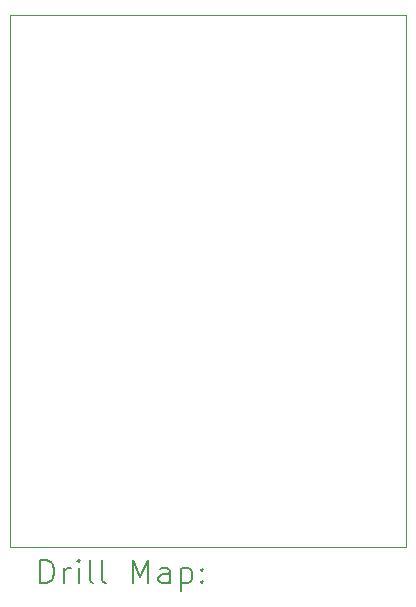
<source format=gbr>
%FSLAX45Y45*%
G04 Gerber Fmt 4.5, Leading zero omitted, Abs format (unit mm)*
G04 Created by KiCad (PCBNEW (6.0.1)) date 2022-01-31 15:09:39*
%MOMM*%
%LPD*%
G01*
G04 APERTURE LIST*
%TA.AperFunction,Profile*%
%ADD10C,0.050000*%
%TD*%
%ADD11C,0.200000*%
G04 APERTURE END LIST*
D10*
X13700000Y-6950000D02*
X13700000Y-2450000D01*
X17050000Y-6950000D02*
X13700000Y-6950000D01*
X17050000Y-2450000D02*
X17050000Y-6950000D01*
X13700000Y-2450000D02*
X17050000Y-2450000D01*
D11*
X13955119Y-7262976D02*
X13955119Y-7062976D01*
X14002738Y-7062976D01*
X14031309Y-7072500D01*
X14050357Y-7091548D01*
X14059881Y-7110595D01*
X14069405Y-7148690D01*
X14069405Y-7177262D01*
X14059881Y-7215357D01*
X14050357Y-7234405D01*
X14031309Y-7253452D01*
X14002738Y-7262976D01*
X13955119Y-7262976D01*
X14155119Y-7262976D02*
X14155119Y-7129643D01*
X14155119Y-7167738D02*
X14164643Y-7148690D01*
X14174167Y-7139167D01*
X14193214Y-7129643D01*
X14212262Y-7129643D01*
X14278928Y-7262976D02*
X14278928Y-7129643D01*
X14278928Y-7062976D02*
X14269405Y-7072500D01*
X14278928Y-7082024D01*
X14288452Y-7072500D01*
X14278928Y-7062976D01*
X14278928Y-7082024D01*
X14402738Y-7262976D02*
X14383690Y-7253452D01*
X14374167Y-7234405D01*
X14374167Y-7062976D01*
X14507500Y-7262976D02*
X14488452Y-7253452D01*
X14478928Y-7234405D01*
X14478928Y-7062976D01*
X14736071Y-7262976D02*
X14736071Y-7062976D01*
X14802738Y-7205833D01*
X14869405Y-7062976D01*
X14869405Y-7262976D01*
X15050357Y-7262976D02*
X15050357Y-7158214D01*
X15040833Y-7139167D01*
X15021786Y-7129643D01*
X14983690Y-7129643D01*
X14964643Y-7139167D01*
X15050357Y-7253452D02*
X15031309Y-7262976D01*
X14983690Y-7262976D01*
X14964643Y-7253452D01*
X14955119Y-7234405D01*
X14955119Y-7215357D01*
X14964643Y-7196309D01*
X14983690Y-7186786D01*
X15031309Y-7186786D01*
X15050357Y-7177262D01*
X15145595Y-7129643D02*
X15145595Y-7329643D01*
X15145595Y-7139167D02*
X15164643Y-7129643D01*
X15202738Y-7129643D01*
X15221786Y-7139167D01*
X15231309Y-7148690D01*
X15240833Y-7167738D01*
X15240833Y-7224881D01*
X15231309Y-7243928D01*
X15221786Y-7253452D01*
X15202738Y-7262976D01*
X15164643Y-7262976D01*
X15145595Y-7253452D01*
X15326548Y-7243928D02*
X15336071Y-7253452D01*
X15326548Y-7262976D01*
X15317024Y-7253452D01*
X15326548Y-7243928D01*
X15326548Y-7262976D01*
X15326548Y-7139167D02*
X15336071Y-7148690D01*
X15326548Y-7158214D01*
X15317024Y-7148690D01*
X15326548Y-7139167D01*
X15326548Y-7158214D01*
M02*

</source>
